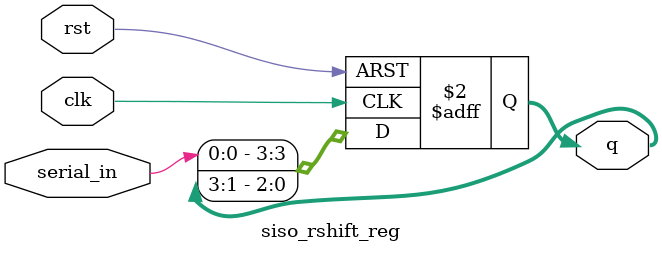
<source format=v>
`timescale 1ns / 1ps


module siso_rshift_reg(
    input clk,
    input rst,
    input serial_in,
    output reg [3:0] q
    );
    always@(posedge clk or posedge rst) begin
        if (rst)
            q <= 4'b0000;
        else 
            q <= {serial_in, q[3:1]};  //right shift by one , serial_in MSB
end
endmodule

</source>
